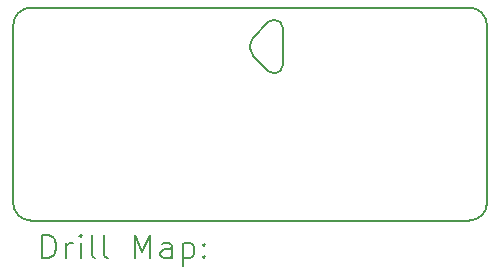
<source format=gbr>
%TF.GenerationSoftware,KiCad,Pcbnew,6.0.9-8da3e8f707~116~ubuntu22.04.1*%
%TF.CreationDate,2022-11-27T05:06:45+05:30*%
%TF.ProjectId,meshy-tron,6d657368-792d-4747-926f-6e2e6b696361,rev?*%
%TF.SameCoordinates,Original*%
%TF.FileFunction,Drillmap*%
%TF.FilePolarity,Positive*%
%FSLAX45Y45*%
G04 Gerber Fmt 4.5, Leading zero omitted, Abs format (unit mm)*
G04 Created by KiCad (PCBNEW 6.0.9-8da3e8f707~116~ubuntu22.04.1) date 2022-11-27 05:06:45*
%MOMM*%
%LPD*%
G01*
G04 APERTURE LIST*
%ADD10C,0.200000*%
G04 APERTURE END LIST*
D10*
X12703081Y-3279681D02*
X12703081Y-3324318D01*
X12903200Y-3073400D02*
G75*
G03*
X12849318Y-3095718I0J-76200D01*
G01*
X12725400Y-3225800D02*
X12849318Y-3095718D01*
X12979400Y-3149600D02*
G75*
G03*
X12903200Y-3073400I-76200J0D01*
G01*
X12725400Y-3225800D02*
G75*
G03*
X12703081Y-3279681I53882J-53882D01*
G01*
X12703082Y-3324318D02*
G75*
G03*
X12725400Y-3378200I76200J0D01*
G01*
X12849318Y-3508281D02*
X12725400Y-3378200D01*
X12849318Y-3508281D02*
G75*
G03*
X12903200Y-3530600I53882J53882D01*
G01*
X12903200Y-3530600D02*
G75*
G03*
X12979400Y-3454400I0J76200D01*
G01*
X12700000Y-4775200D02*
X10845800Y-4775200D01*
X14554200Y-4775200D02*
G75*
G03*
X14706600Y-4622800I0J152400D01*
G01*
X10693400Y-4622800D02*
X10693400Y-3873500D01*
X14554200Y-4775200D02*
X12700000Y-4775200D01*
X10693400Y-4622800D02*
G75*
G03*
X10845800Y-4775200I152400J0D01*
G01*
X14706600Y-4622800D02*
X14706600Y-3873500D01*
X14706600Y-3124200D02*
X14706600Y-3873500D01*
X12979400Y-3454400D02*
X12979400Y-3149600D01*
X14706600Y-3124200D02*
G75*
G03*
X14554200Y-2971800I-152400J0D01*
G01*
X12700000Y-2971800D02*
X14554200Y-2971800D01*
X10845800Y-2971800D02*
X12700000Y-2971800D01*
X10693400Y-3124200D02*
X10693400Y-3873500D01*
X10845800Y-2971800D02*
G75*
G03*
X10693400Y-3124200I0J-152400D01*
G01*
X10941019Y-5095676D02*
X10941019Y-4895676D01*
X10988638Y-4895676D01*
X11017210Y-4905200D01*
X11036257Y-4924248D01*
X11045781Y-4943295D01*
X11055305Y-4981390D01*
X11055305Y-5009962D01*
X11045781Y-5048057D01*
X11036257Y-5067105D01*
X11017210Y-5086152D01*
X10988638Y-5095676D01*
X10941019Y-5095676D01*
X11141019Y-5095676D02*
X11141019Y-4962343D01*
X11141019Y-5000438D02*
X11150543Y-4981390D01*
X11160067Y-4971867D01*
X11179114Y-4962343D01*
X11198162Y-4962343D01*
X11264828Y-5095676D02*
X11264828Y-4962343D01*
X11264828Y-4895676D02*
X11255305Y-4905200D01*
X11264828Y-4914724D01*
X11274352Y-4905200D01*
X11264828Y-4895676D01*
X11264828Y-4914724D01*
X11388638Y-5095676D02*
X11369590Y-5086152D01*
X11360067Y-5067105D01*
X11360067Y-4895676D01*
X11493400Y-5095676D02*
X11474352Y-5086152D01*
X11464828Y-5067105D01*
X11464828Y-4895676D01*
X11721971Y-5095676D02*
X11721971Y-4895676D01*
X11788638Y-5038533D01*
X11855305Y-4895676D01*
X11855305Y-5095676D01*
X12036257Y-5095676D02*
X12036257Y-4990914D01*
X12026733Y-4971867D01*
X12007686Y-4962343D01*
X11969590Y-4962343D01*
X11950543Y-4971867D01*
X12036257Y-5086152D02*
X12017209Y-5095676D01*
X11969590Y-5095676D01*
X11950543Y-5086152D01*
X11941019Y-5067105D01*
X11941019Y-5048057D01*
X11950543Y-5029010D01*
X11969590Y-5019486D01*
X12017209Y-5019486D01*
X12036257Y-5009962D01*
X12131495Y-4962343D02*
X12131495Y-5162343D01*
X12131495Y-4971867D02*
X12150543Y-4962343D01*
X12188638Y-4962343D01*
X12207686Y-4971867D01*
X12217209Y-4981390D01*
X12226733Y-5000438D01*
X12226733Y-5057581D01*
X12217209Y-5076629D01*
X12207686Y-5086152D01*
X12188638Y-5095676D01*
X12150543Y-5095676D01*
X12131495Y-5086152D01*
X12312448Y-5076629D02*
X12321971Y-5086152D01*
X12312448Y-5095676D01*
X12302924Y-5086152D01*
X12312448Y-5076629D01*
X12312448Y-5095676D01*
X12312448Y-4971867D02*
X12321971Y-4981390D01*
X12312448Y-4990914D01*
X12302924Y-4981390D01*
X12312448Y-4971867D01*
X12312448Y-4990914D01*
M02*

</source>
